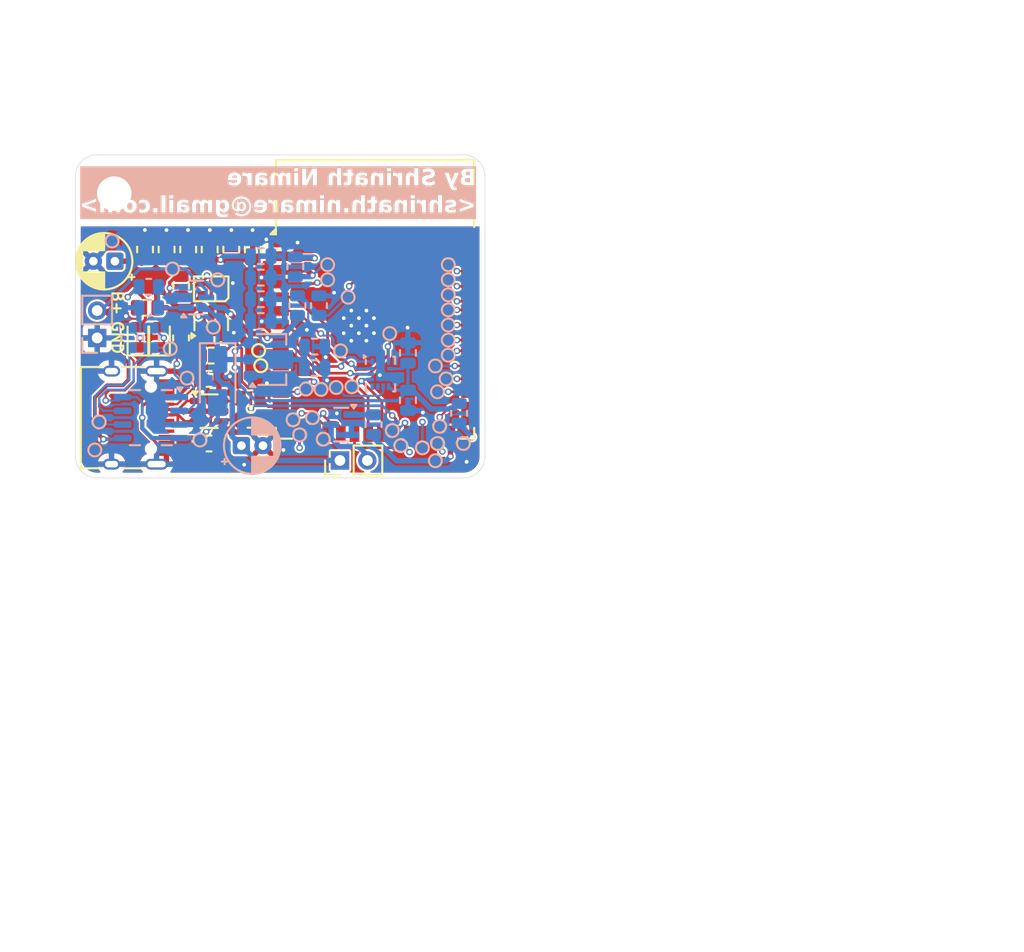
<source format=kicad_pcb>
(kicad_pcb (version 20241229) (generator "pcbnew") (generator_version "9.0")
  (layers (0 "F.Cu" signal) (2 "B.Cu" signal) (13 "F.Paste" user) (15 "B.Paste" user) (5 "F.SilkS" user "F.Silkscreen") (7 "B.SilkS" user "B.Silkscreen") (1 "F.Mask" user) (3 "B.Mask" user) (25 "Edge.Cuts" user))
  (net 0 "")
  (net 1 "POWER")
  (net 2 "PACK_P")
  (net 3 "GND")
  (net 4 "+3V3")
  (net 5 "VUSB")
  (net 6 "ESP32_RXD")
  (net 7 "ESP32_TXD")
  (net 8 "Net-(Q1-B)")
  (net 9 "Net-(J1-Pin_2)")
  (net 11 "Net-(J2-CC2)")
  (net 12 "WS2812B_IN")
  (net 13 "Net-(U4-~{CHRG})")
  (net 14 "Net-(U4-~{STDBY})")
  (net 15 "Net-(U4-PROG)")
  (net 16 "BUZZER")
  (net 17 "ESP32_EN")
  (net 18 "ESP32_GP0_BOOT")
  (net 19 "VBAT_OUT")
  (net 20 "LSM6DSL_SS")
  (net 21 "LSM6DSL_INT1")
  (net 22 "LSM6DSL_INT2")
  (net 23 "Net-(U1-IO39)")
  (net 24 "Net-(U1-IO40)")
  (net 25 "Net-(U1-IO41)")
  (net 26 "Net-(U1-IO42)")
  (net 27 "Net-(U1-IO3)")
  (net 28 "SPI_MISO")
  (net 29 "SPI_SCK")
  (net 30 "SPI_MOSI")
  (net 31 "USB_D-")
  (net 32 "USB_D+")
  (net 35 "Net-(U1-USB_D-)")
  (net 36 "Net-(U1-USB_D+)")
  (net 38 "Net-(D1-DIN)")
  (net 39 "Net-(D2-K)")
  (net 40 "Net-(D3-K)")
  (net 41 "Net-(J2-D--PadA7)")
  (net 42 "Net-(J2-D+-PadA6)")
  (net 43 "Net-(J2-CC1)")
  (net 45 "Net-(Q2-B)")
  (net 46 "Net-(Q3-G)")
  (net 47 "Net-(U1-IO38)")
  (net 48 "Net-(U1-IO17)")
  (net 49 "Net-(U1-IO18)")
  (net 50 "Net-(U1-IO21)")
  (net 51 "Net-(U1-IO35)")
  (net 52 "Net-(U1-IO36)")
  (net 53 "Net-(U1-IO37)")
  (net 54 "Net-(U1-IO47)")
  (net 55 "Net-(U1-IO48)")
  (net 56 "Net-(U1-IO16)")
  (net 57 "Net-(U1-IO2)")
  (net 58 "Net-(U1-IO4)")
  (net 59 "Net-(U1-IO6)")
  (net 60 "Net-(U1-IO8)")
  (net 61 "Net-(U1-IO9)")
  (net 62 "Net-(U1-IO10)")
  (net 63 "Net-(U1-IO11)")
  (footprint "Resistor_SMD:R_0805_2012Metric" (layer "F.Cu") (at 73.6 58.6 90)
    (property "Reference" "R14" (hide yes))
    (property "Value" "1K")
  )
  (footprint "LED_SMD:LED_WS2812B-2020_PLCC4_2.0x2.0mm" (layer "F.Cu") (at 76.4 54.03725 180)
    (property "Reference" "D1" (hide yes))
    (property "Value" "WS2812B-2020")
  )
  (footprint "Capacitor_SMD:C_0805_2012Metric" (layer "F.Cu") (at 74.26 50.39 -90)
    (property "Reference" "C4" (hide yes))
    (property "Value" "10uF")
  )
  (footprint "Capacitor_SMD:C_0805_2012Metric" (layer "F.Cu") (at 70.4 55.8)
    (property "Reference" "C10" (hide yes))
    (property "Value" "100nF")
  )
  (footprint "Connector_USB:USB_C_Receptacle_HRO_TYPE-C-31-M-12" (layer "F.Cu") (at 68.2 66 -90)
    (property "Reference" "J2" (hide yes))
    (property "Value" "USB_C_Receptacle_USB2.0_16P")
  )
  (footprint "Resistor_SMD:R_0805_2012Metric" (layer "F.Cu") (at 76.2 68.4)
    (property "Reference" "R9" (hide yes))
    (property "Value" "5.1K")
  )
  (footprint "MountingHole:MountingHole_3.2mm_M3" (layer "F.Cu") (at 67.4 45.2)
    (property "Reference" "H1" (hide yes))
    (property "Value" "MountingHole")
  )
  (footprint "Resistor_SMD:R_0805_2012Metric" (layer "F.Cu") (at 76.2 62.4)
    (property "Reference" "R8" (hide yes))
    (property "Value" "5.1K")
  )
  (footprint "Capacitor_SMD:C_0805_2012Metric" (layer "F.Cu") (at 78.26 50.39 -90)
    (property "Reference" "C2" (hide yes))
    (property "Value" "10uF")
  )
  (footprint "Resistor_SMD:R_0805_2012Metric" (layer "F.Cu") (at 80 66.2 180)
    (property "Reference" "R4" (hide yes))
    (property "Value" "22R")
  )
  (footprint "Resistor_SMD:R_0805_2012Metric" (layer "F.Cu") (at 76.4 60.23725 180)
    (property "Reference" "R6" (hide yes))
    (property "Value" "1K")
  )
  (footprint "Capacitor_SMD:C_0805_2012Metric" (layer "F.Cu") (at 80.26 50.39 -90)
    (property "Reference" "C1" (hide yes))
    (property "Value" "10uF")
  )
  (footprint "Capacitor_SMD:C_0805_2012Metric" (layer "F.Cu") (at 72.26 50.39 -90)
    (property "Reference" "C5" (hide yes))
    (property "Value" "100nF")
  )
  (footprint "Package_TO_SOT_SMD:SOT-23" (layer "F.Cu") (at 76.4 57.23725 90)
    (property "Reference" "Q2" (hide yes))
    (property "Value" "MMBT3904")
  )
  (footprint "Resistor_SMD:R_0805_2012Metric" (layer "F.Cu") (at 80 64.2)
    (property "Reference" "R3" (hide yes))
    (property "Value" "22R")
  )
  (footprint "Capacitor_SMD:C_0805_2012Metric" (layer "F.Cu") (at 76.26 50.39 -90)
    (property "Reference" "C3" (hide yes))
    (property "Value" "10uF")
  )
  (footprint "Resistor_SMD:R_0805_2012Metric" (layer "F.Cu") (at 73.6 53.8 90)
    (property "Reference" "R7" (hide yes))
    (property "Value" "1K")
  )
  (footprint "Capacitor_SMD:C_0805_2012Metric" (layer "F.Cu") (at 70.26 50.39 -90)
    (property "Reference" "C6" (hide yes))
    (property "Value" "100nF")
  )
  (footprint "small_tp:TestPoint_Pad_D1.0mm_small" (layer "F.Cu") (at 80.8 59.770961)
    (property "Reference" "TP18" (hide yes))
    (property "Value" "TestPoint")
  )
  (footprint "Package_TO_SOT_SMD:SOT-23-6" (layer "F.Cu") (at 76.2 65.4)
    (property "Reference" "U3" (hide yes))
    (property "Value" "USBLC6-2SC6")
  )
  (footprint "small_tp:TestPoint_Pad_D1.0mm_small" (layer "F.Cu") (at 81 61.177535)
    (property "Reference" "TP5" (hide yes))
    (property "Value" "TestPoint")
  )
  (footprint "Capacitor_THT:CP_Radial_D5.0mm_P2.00mm" (layer "F.Cu") (at 67.463505 51.4788 180)
    (property "Reference" "C7" (hide yes))
    (property "Value" "220uF")
  )
  (footprint "RF_Module:ESP32-S3-WROOM-1" (layer "F.Cu") (at 91.6 55)
    (property "Reference" "U1" (hide yes))
    (property "Value" "ESP32-S3-WROOM-1")
  )
  (footprint "Connector_PinHeader_2.54mm:PinHeader_1x02_P2.54mm_Vertical" (layer "F.Cu") (at 88.35 69.9739 90)
    (property "Reference" "J1" (hide yes))
    (property "Value" "buzzer")
  )
  (footprint "LED_SMD:LED_0805_2012Metric" (layer "F.Cu") (at 71.6 58.54 90)
    (property "Reference" "D3" (hide yes))
    (property "Value" "RLED")
  )
  (footprint "LED_SMD:LED_0805_2012Metric" (layer "F.Cu") (at 69.6 58.54 90)
    (property "Reference" "D2" (hide yes))
    (property "Value" "GLED")
  )
  (footprint "small_tp:TestPoint_Pad_D1.0mm_small" (layer "B.Cu") (at 76.6 57.6 180)
    (property "Reference" "TP43" (hide yes))
    (property "Value" "TestPoint")
  )
  (footprint "Resistor_SMD:R_0805_2012Metric" (layer "B.Cu") (at 68.8 58.6 -90)
    (property "Reference" "R13" (hide yes))
    (property "Value" "1K")
  )
  (footprint "Package_SO:SOP-8_3.9x4.9mm_P1.27mm" (layer "B.Cu") (at 70.8 66 180)
    (property "Reference" "U4" (hide yes))
    (property "Value" "4056")
  )
  (footprint "small_tp:TestPoint_Pad_D1.0mm_small" (layer "B.Cu") (at 97.6 66.8 180)
    (property "Reference" "TP8" (hide yes))
    (property "Value" "TestPoint")
  )
  (footprint "Resistor_SMD:R_0805_2012Metric" (layer "B.Cu") (at 70.8 58.6 -90)
    (property "Reference" "R12" (hide yes))
    (property "Value" "1K")
  )
  (footprint "small_tp:TestPoint_Pad_D1.0mm_small" (layer "B.Cu") (at 89.456352 63.130891 180)
    (property "Reference" "TP29" (hide yes))
    (property "Value" "TestPoint")
  )
  (footprint "small_tp:TestPoint_Pad_D1.0mm_small" (layer "B.Cu") (at 93.2 67.2 180)
    (property "Reference" "TP7" (hide yes))
    (property "Value" "TestPoint")
  )
  (footprint "Resistor_SMD:R_0805_2012Metric" (layer "B.Cu") (at 99.4 65.6 -90)
    (property "Reference" "R2" (hide yes))
    (property "Value" "1Meg")
  )
  (footprint "small_tp:TestPoint_Pad_D1.0mm_small" (layer "B.Cu") (at 85.8 66 180)
    (property "Reference" "TP25" (hide yes))
    (property "Value" "TestPoint")
  )
  (footprint "small_tp:TestPoint_Pad_D1.0mm_small" (layer "B.Cu") (at 87.2 51.8)
    (property "Reference" "TP3" (hide yes))
    (property "Value" "TestPoint")
  )
  (footprint "small_tp:TestPoint_Pad_D1.0mm_small" (layer "B.Cu") (at 99.8 68.4 180)
    (property "Reference" "TP4" (hide yes))
    (property "Value" "TestPoint")
  )
  (footprint "Capacitor_SMD:C_0805_2012Metric" (layer "B.Cu") (at 81 51)
    (property "Reference" "C17" (hide yes))
    (property "Value" "10uF")
  )
  (footprint "small_tp:TestPoint_Pad_D1.0mm_small" (layer "B.Cu") (at 72.6 59.6 180)
    (property "Reference" "TP41" (hide yes))
    (property "Value" "TestPoint")
  )
  (footprint "small_tp:TestPoint_Pad_D1.0mm_small" (layer "B.Cu") (at 97.4 63.6 180)
    (property "Reference" "TP9" (hide yes))
    (property "Value" "TestPoint")
  )
  (footprint "small_tp:TestPoint_Pad_D1.0mm_small" (layer "B.Cu") (at 84.6 67.6 180)
    (property "Reference" "TP20" (hide yes))
    (property "Value" "TestPoint")
  )
  (footprint "small_tp:TestPoint_Pad_D1.0mm_small" (layer "B.Cu") (at 94 68.6 180)
    (property "Reference" "TP26" (hide yes))
    (property "Value" "TestPoint")
  )
  (footprint "Resistor_SMD:R_0805_2012Metric" (layer "B.Cu") (at 70.6 55.8)
    (property "Reference" "R11" (hide yes))
    (property "Value" "100K")
  )
  (footprint "small_tp:TestPoint_Pad_D1.0mm_small" (layer "B.Cu") (at 89.105266 54.819019 180)
    (property "Reference" "TP45" (hide yes))
    (property "Value" "TestPoint")
  )
  (footprint "small_tp:TestPoint_Pad_D1.0mm_small" (layer "B.Cu") (at 96 68.8 180)
    (property "Reference" "TP16" (hide yes))
    (property "Value" "TestPoint")
  )
  (footprint "small_tp:TestPoint_Pad_D1.0mm_small" (layer "B.Cu") (at 98.4 57.4 180)
    (property "Reference" "TP14" (hide yes))
    (property "Value" "TestPoint")
  )
  (footprint "small_tp:TestPoint_Pad_D1.0mm_small" (layer "B.Cu") (at 98.4 60.2 180)
    (property "Reference" "TP12" (hide yes))
    (property "Value" "TestPoint")
  )
  (footprint "small_tp:TestPoint_Pad_D1.0mm_small" (layer "B.Cu") (at 84 66.2 180)
    (property "Reference" "TP24" (hide yes))
    (property "Value" "TestPoint")
  )
  (footprint "small_tp:TestPoint_Pad_D1.0mm_small" (layer "B.Cu") (at 65.6 69 180)
    (property "Reference" "TP33" (hide yes))
    (property "Value" "TestPoint")
  )
  (footprint "Capacitor_SMD:C_0805_2012Metric" (layer "B.Cu") (at 81 57.03)
    (property "Reference" "C13" (hide yes))
    (property "Value" "10uF")
  )
  (footprint "small_tp:TestPoint_Pad_D1.0mm_small" (layer "B.Cu") (at 67.2 49.6 180)
    (property "Reference" "TP44" (hide yes))
    (property "Value" "TestPoint")
  )
  (footprint "Capacitor_SMD:C_0805_2012Metric" (layer "B.Cu") (at 86 59.4)
    (property "Reference" "C12" (hide yes))
    (property "Value" "10uF")
  )
  (footprint "Resistor_SMD:R_0805_2012Metric" (layer "B.Cu") (at 86.4 55.6 -90)
    (property "Reference" "R16" (hide yes))
    (property "Value" "100K")
  )
  (footprint "Capacitor_SMD:C_0805_2012Metric" (layer "B.Cu") (at 81 55)
    (property "Reference" "C14" (hide yes))
    (property "Value" "10uF")
  )
  (footprint "Capacitor_SMD:C_0805_2012Metric" (layer "B.Cu") (at 94.65625 64.39375 90)
    (property "Reference" "C8" (hide yes))
    (property "Value" "10uF")
  )
  (footprint "small_tp:TestPoint_Pad_D1.0mm_small" (layer "B.Cu") (at 86.8 68 180)
    (property "Reference" "TP28" (hide yes))
    (property "Value" "TestPoint")
  )
  (footprint "Capacitor_SMD:C_0805_2012Metric" (layer "B.Cu") (at 81 53)
    (property "Reference" "C15" (hide yes))
    (property "Value" "10uF")
  )
  (footprint "small_tp:TestPoint_Pad_D1.0mm_small" (layer "B.Cu") (at 97.2 61.2 180)
    (property "Reference" "TP11" (hide yes))
    (property "Value" "TestPoint")
  )
  (footprint "small_tp:TestPoint_Pad_D1.0mm_small" (layer "B.Cu") (at 97.2 70 180)
    (property "Reference" "TP27" (hide yes))
    (property "Value" "TestPoint")
  )
  (footprint "small_tp:TestPoint_Pad_D1.0mm_small" (layer "B.Cu") (at 92.960745 58.194103 180)
    (property "Reference" "TP31" (hide yes))
    (property "Value" "TestPoint")
  )
  (footprint "Package_TO_SOT_SMD:SOT-89-3" (layer "B.Cu") (at 82 60.6)
    (property "Reference" "U5" (hide yes))
    (property "Value" "HT7333")
  )
  (footprint "small_tp:TestPoint_Pad_D1.0mm_small" (layer "B.Cu") (at 88 63.2 180)
    (property "Reference" "TP32" (hide yes))
    (property "Value" "TestPoint")
  )
  (footprint "Resistor_SMD:R_0805_2012Metric" (layer "B.Cu") (at 84.2 52 -90)
    (property "Reference" "R1" (hide yes))
    (property "Value" "1Meg")
  )
  (footprint "Package_TO_SOT_SMD:SOT-23" (layer "B.Cu") (at 88.4625 66.65 180)
    (property "Reference" "Q1" (hide yes))
    (property "Value" "MMBT3904")
  )
  (footprint "Capacitor_SMD:C_0805_2012Metric" (layer "B.Cu") (at 94.65625 59.99375 -90)
    (property "Reference" "C9" (hide yes))
    (property "Value" "100nF")
  )
  (footprint "small_tp:TestPoint_Pad_D1.0mm_small" (layer "B.Cu") (at 98.4 56 180)
    (property "Reference" "TP15" (hide yes))
    (property "Value" "TestPoint")
  )
  (footprint "small_tp:TestPoint_Pad_D1.0mm_small" (layer "B.Cu") (at 98.4 53.2)
    (property "Reference" "TP2" (hide yes))
    (property "Value" "TestPoint")
  )
  (footprint "Package_TO_SOT_SMD:SOT-23" (layer "B.Cu") (at 75 54.85)
    (property "Reference" "Q3" (hide yes))
    (property "Value" "AO3401A")
  )
  (footprint "small_tp:TestPoint_Pad_D1.0mm_small" (layer "B.Cu") (at 72.8 52.2 180)
    (property "Reference" "TP39" (hide yes))
    (property "Value" "TestPoint")
  )
  (footprint "Connector_PinHeader_2.54mm:PinHeader_1x02_P2.54mm_Vertical" (layer "B.Cu") (at 65.815 58.6)
    (property "Reference" "J3" (hide yes))
    (property "Value" "battery_connector")
  )
  (footprint "Resistor_SMD:R_0805_2012Metric" (layer "B.Cu") (at 84.4 55.6 -90)
    (property "Reference" "R15" (hide yes))
    (property "Value" "100K")
  )
  (footprint "Diode_SMD:D_SMA" (layer "B.Cu") (at 77 62.6 -90)
    (property "Reference" "D4" (hide yes))
    (property "Value" "SS34")
  )
  (footprint "small_tp:TestPoint_Pad_D1.0mm_small" (layer "B.Cu") (at 98.2 62.4 180)
    (property "Reference" "TP10" (hide yes))
    (property "Value" "TestPoint")
  )
  (footprint "small_tp:TestPoint_Pad_D1.0mm_small" (layer "B.Cu") (at 87.2 53.2 180)
    (property "Reference" "TP21" (hide yes))
    (property "Value" "TestPoint")
  )
  (footprint "Capacitor_SMD:C_0805_2012Metric" (layer "B.Cu") (at 86 61.4)
    (property "Reference" "C11" (hide yes))
    (property "Value" "10uF")
  )
  (footprint "Resistor_SMD:R_0805_2012Metric" (layer "B.Cu") (at 91.4625 66.65 90)
    (property "Reference" "R5" (hide yes))
    (property "Value" "1K")
  )
  (footprint "Resistor_SMD:R_0805_2012Metric" (layer "B.Cu") (at 70.6 53.85)
    (property "Reference" "R10" (hide yes))
    (property "Value" "1K")
  )
  (footprint "Capacitor_THT:CP_Radial_D5.0mm_P2.00mm" (layer "B.Cu") (at 79.2 68.6)
    (property "Reference" "C16" (hide yes))
    (property "Value" "220uF")
  )
  (footprint "small_tp:TestPoint_Pad_D1.0mm_small" (layer "B.Cu") (at 74.152825 62.332756 180)
    (property "Reference" "TP42" (hide yes))
    (property "Value" "TestPoint")
  )
  (footprint "small_tp:TestPoint_Pad_D1.0mm_small" (layer "B.Cu") (at 98.4 54.6)
    (property "Reference" "TP1" (hide yes))
    (property "Value" "TestPoint")
  )
  (footprint "small_tp:TestPoint_Pad_D1.0mm_small" (layer "B.Cu") (at 86.588207 63.379363 180)
    (property "Reference" "TP6" (hide yes))
    (property "Value" "TestPoint")
  )
  (footprint "small_tp:TestPoint_Pad_D1.0mm_small" (layer "B.Cu") (at 77 53.2 180)
    (property "Reference" "TP30" (hide yes))
    (property "Value" "TestPoint")
  )
  (footprint "small_tp:TestPoint_Pad_D1.0mm_small" (layer "B.Cu") (at 66 66.4 180)
    (property "Reference" "TP40" (hide yes))
    (property "Value" "TestPoint")
  )
  (footprint "small_tp:TestPoint_Pad_D1.0mm_small" (layer "B.Cu") (at 98.4 58.8 180)
    (property "Reference" "TP13" (hide yes))
    (property "Value" "TestPoint")
  )
  (footprint "small_tp:TestPoint_Pad_D1.0mm_small" (layer "B.Cu") (at 75.346726 68.073602 180)
    (property "Reference" "TP38" (hide yes))
    (property "Value" "TestPoint")
  )
  (footprint "small_tp:TestPoint_Pad_D1.0mm_small" (layer "B.Cu") (at 85.195617 63.343149 180)
    (property "Reference" "TP23" (hide yes))
    (property "Value" "TestPoint")
  )
  (footprint "small_tp:TestPoint_Pad_D1.0mm_small" (layer "B.Cu") (at 98.4 51.8 180)
    (property "Reference" "TP19" (hide yes))
    (property "Value" "TestPoint")
  )
  (footprint "small_tp:TestPoint_Pad_D1.0mm_small" (layer "B.Cu") (at 88.4 59.8 180)
    (property "Reference" "TP22" (hide yes))
    (property "Value" "TestPoint")
  )
  (footprint "small_tp:TestPoint_Pad_D1.0mm_small" (layer "B.Cu") (at 97.4 68.4 180)
    (property "Reference" "TP17" (hide yes))
    (property "Value" "TestPoint")
  )
  (footprint "Package_LGA:LGA-14_3x2.5mm_P0.5mm_LayoutBorder3x4y" (layer "B.Cu") (at 92.10625 61.95625 -90)
    (property "Reference" "U2" (hide yes))
    (property "Value" "LSM6DSL")
  )
  (gr_arc (start 63.8 43.6) (mid 64.385786 42.185786) (end 65.8 41.6) (stroke (width 0.05)) (layer "Edge.Cuts"))
  (gr_line (start 101.8 43.6) (end 101.8 69.6) (stroke (width 0.05)) (layer "Edge.Cuts"))
  (gr_line (start 63.8 69.6) (end 63.8 43.6) (stroke (width 0.05)) (layer "Edge.Cuts"))
  (gr_arc (start 65.8 71.6) (mid 64.385786 71.014214) (end 63.8 69.6) (stroke (width 0.05)) (layer "Edge.Cuts"))
  (gr_line (start 65.8 41.6) (end 99.8 41.6) (stroke (width 0.05)) (layer "Edge.Cuts"))
  (gr_arc (start 99.8 41.6) (mid 101.214214 42.185786) (end 101.8 43.6) (stroke (width 0.05)) (layer "Edge.Cuts"))
  (gr_arc (start 101.8 69.6) (mid 101.214214 71.014214) (end 99.8 71.6) (stroke (width 0.05)) (layer "Edge.Cuts"))
  (gr_line (start 99.8 71.6) (end 65.8 71.6) (stroke (width 0.05)) (layer "Edge.Cuts"))
  (gr_text "GND" (at 67.1 56.9 270) (layer "F.SilkS") (effects (font (size 1 1) (thickness 0.2) (bold yes)) (justify left bottom)))
  (gr_text "B+" (at 67.1 54.1 270) (layer "F.SilkS") (effects (font (size 1 1) (thickness 0.2) (bold yes)) (justify left bottom)))
  (gr_text "By Shrinath Nimare\n<shrinath.nimare@gmail.com>" (at 101 47.2 0) (layer "B.SilkS" knockout) (effects (font (size 1.5 1.5) (thickness 0.2) (bold yes)) (justify left bottom mirror)))
  (segment (start 72.549 55.23087) (end 72.89413 55.576) (width 0.3) (layer "F.Cu") (net 1))
  (segment (start 75.2 56.6) (end 75.4 56.4) (width 0.4) (layer "F.Cu") (net 1))
  (segment (start 73.6 52.8875) (end 73.1125 52.8875) (width 0.3) (layer "F.Cu") (net 1))
  (segment (start 73.1125 52.8875) (end 72.549 53.451) (width 0.3) (layer "F.Cu") (net 1))
  (segment (start 72.549 53.451) (end 72.549 55.23087) (width 0.3) (layer "F.Cu") (net 1))
  (segment (start 72.89413 55.576) (end 74.49625 55.576) (width 0.3) (layer "F.Cu") (net 1))
  (segment (start 74.49625 55.576) (end 75.485 54.58725) (width 0.3) (layer "F.Cu") (net 1))
  (segment (start 75.4 56.4) (end 75.4 54.67225) (width 0.4) (layer "F.Cu") (net 1))
  (segment (start 75.4 54.67225) (end 75.485 54.58725) (width 0.4) (layer "F.Cu") (net 1))
  (via (at 75.2 56.6) (size 0.6) (drill 0.35) (layers "F.Cu" "B.Cu") (net 1))
  (via (at 72.569392 53.97025) (size 0.6) (drill 0.35) (layers "F.Cu" "B.Cu") (net 1))
  (segment (start 85.05 60.4) (end 85.05 59.4) (width 0.5) (layer "B.Cu") (net 1))
  (segment (start 80.1375 60.6) (end 77 60.6) (width 0.5) (layer "B.Cu") (net 1))
  (segment (start 77 57.6) (end 77 60.6) (width 0.4) (layer "B.Cu") (net 1))
  (segment (start 88.35 69.9739) (end 80.5739 69.9739) (width 0.5) (layer "B.Cu") (net 1))
  (segment (start 78.351 67.751) (end 78.351 63.302708) (width 0.5) (layer "B.Cu") (net 1))
  (segment (start 73.19225 53.97025) (end 73.2625 53.9) (width 0.3) (layer "B.Cu") (net 1))
  (segment (start 77.499 62.899) (end 77 62.4) (width 0.5) (layer "B.Cu") (net 1))
  (segment (start 79.2 68.6) (end 78.351 67.751) (width 0.5) (layer "B.Cu") (net 1))
  (segment (start 77 62.4) (end 77 60.6) (width 0.5) (layer "B.Cu") (net 1))
  (segment (start 84.85 60.6) (end 85.05 60.4) (width 0.5) (layer "B.Cu") (net 1))
  (segment (start 75.2 56.6) (end 76 56.6) (width 0.4) (layer "B.Cu") (net 1))
  (segment (start 72.569392 53.97025) (end 73.19225 53.97025) (width 0.3) (layer "B.Cu") (net 1))
  (segment (start 78.351 63.302708) (end 77.947292 62.899) (width 0.5) (layer "B.Cu") (net 1))
  (segment (start 85.05 61.4) (end 85.05 60.4) (width 0.5) (layer "B.Cu") (net 1))
  (segment (start 80.5739 69.9739) (end 79.2 68.6) (width 0.5) (layer "B.Cu") (net 1))
  (segment (start 80.1375 60.6) (end 84.85 60.6) (width 0.5) (layer "B.Cu") (net 1))
  (segment (start 73.2625 53.9) (end 74.0625 53.9) (width 0.3) (layer "B.Cu") (net 1))
  (segment (start 77.947292 62.899) (end 77.499 62.899) (width 0.5) (layer "B.Cu") (net 1))
  (segment (start 76 56.6) (end 77 57.6) (width 0.4) (layer "B.Cu") (net 1))
  (segment (start 81.2 58.2) (end 80 58.2) (width 0.5) (layer "F.Cu") (net 2))
  (segment (start 65.6 64.126834) (end 66.726834 63) (width 0.35) (layer "F.Cu") (net 2))
  (segment (start 81.6 58.6) (end 81.2 58.2) (width 0.5) (layer "F.Cu") (net 2))
  (segment (start 65.815 56.06) (end 68.04 56.06) (width 0.35) (layer "F.Cu") (net 2))
  (segment (start 65.6 67.2) (end 65.6 64.126834) (width 0.35) (layer "F.Cu") (net 2))
  (segment (start 66.726834 63) (end 68.2 63) (width 0.35) (layer "F.Cu") (net 2))
  (segment (start 68.724 62.476) (end 68.724 60.924) (width 0.35) (layer "F.Cu") (net 2))
  (segment (start 68.04 56.06) (end 68.3 55.8) (width 0.35) (layer "F.Cu") (net 2))
  (segment (start 68.724 60.924) (end 67.6 59.8) (width 0.35) (layer "F.Cu") (net 2))
  (segment (start 67.6 59.8) (end 67.6 57.2) (width 0.35) (layer "F.Cu") (net 2))
  (segment (start 80 58.2) (end 78.2 56.4) (width 0.5) (layer "F.Cu") (net 2))
  (segment (start 66.46 56.06) (end 65.815 56.06) (width 0.35) (layer "F.Cu") (net 2))
  (segment (start 68.2 63) (end 68.724 62.476) (width 0.35) (layer "F.Cu") (net 2))
  (segment (start 67.6 57.2) (end 66.46 56.06) (width 0.35) (layer "F.Cu") (net 2))
  (segment (start 66.4 68) (end 65.6 67.2) (width 0.35) (layer "F.Cu") (net 2))
  (segment (start 68.3 55.8) (end 69.45 55.8) (width 0.35) (layer "F.Cu") (net 2))
  (via (at 66.4 68) (size 0.6) (drill 0.35) (layers "F.Cu" "B.Cu") (net 2))
  (via (at 78.2 56.4) (size 0.6) (drill 0.35) (layers "F.Cu" "B.Cu") (net 2))
  (via (at 81.6 58.6) (size 0.6) (drill 0.35) (layers "F.Cu" "B.Cu") (net 2))
  (segment (start 68.824 53.376) (end 66.14 56.06) (width 0.3) (layer "B.Cu") (net 2))
  (segment (start 75.9375 54.85) (end 75.9375 54.1375) (width 0.3) (layer "B.Cu") (net 2))
  (segment (start 75.9375 54.1375) (end 74 52.2) (width 0.3) (layer "B.Cu") (net 2))
  (segment (start 66.4 68) (end 68.08 68) (width 0.35) (layer "B.Cu") (net 2))
  (segment (start 76.8875 55.8) (end 75.9375 54.85) (width 0.5) (layer "B.Cu") (net 2))
  (segment (start 66.14 56.06) (end 65.815 56.06) (width 0.3) (layer "B.Cu") (net 2))
  (segment (start 84.4 57) (end 84.4 56.5125) (width 0.5) (layer "B.Cu") (net 2))
  (segment (start 69.76813 52.2) (end 68.824 53.14413) (width 0.3) (layer "B.Cu") (net 2))
  (segment (start 74 52.2) (end 69.76813 52.2) (width 0.3) (layer "B.Cu") (net 2))
  (segment (start 65.6 68.8) (end 66.4 68) (width 0.2) (layer "B.Cu") (net 2))
  (segment (start 81.6 58.6) (end 81.8 58.4) (width 0.5) (layer "B.Cu") (net 2))
  (segment (start 68.08 68) (end 68.175 67.905) (width 0.35) (layer "B.Cu") (net 2))
  (segment (start 65.6 69) (end 65.6 68.8) (width 0.2) (layer "B.Cu") (net 2))
  (segment (start 78.2 56.4) (end 77.6 55.8) (width 0.5) (layer "B.Cu") (net 2))
  (segment (start 68.824 53.14413) (end 68.824 53.376) (width 0.3) (layer "B.Cu") (net 2))
  (segment (start 81.8 58.4) (end 83 58.4) (width 0.5) (layer "B.Cu") (net 2))
  (segment (start 83 58.4) (end 84.4 57) (width 0.5) (layer "B.Cu") (net 2))
  (segment (start 77.6 55.8) (end 76.8875 55.8) (width 0.5) (layer "B.Cu") (net 2))
  (via (at 84.416022 49.747212) (size 0.6) (drill 0.35) (layers "F.Cu" "B.Cu") (net 3))
  (via (at 87.016377 60.387716) (size 0.6) (drill 0.35) (layers "F.Cu" "B.Cu") (net 3))
  (via (at 81.088177 57.059506) (size 0.6) (drill 0.35) (layers "F.Cu" "B.Cu") (net 3))
  (via (at 87.144295 62.538766) (size 0.6) (drill 0.35) (layers "F.Cu" "B.Cu") (net 3))
  (via (at 76.274319 48.578632) (size 0.6) (drill 0.35) (layers "F.Cu" "B.Cu") (net 3))
  (via (at 80.235216 48.583746) (size 0.6) (drill 0.35) (layers "F.Cu" "B.Cu") (net 3))
  (via (at 72.249495 48.586303) (size 0.6) (drill 0.35) (layers "F.Cu" "B.Cu") (net 3))
  (via (at 88.053431 65.601139) (size 0.6) (drill 0.35) (layers "F.Cu" "B.Cu") (net 3))
  (via (at 96.040315 65.524252) (size 0.6) (drill 0.35) (layers "F.Cu" "B.Cu") (net 3))
  (via (at 79.458439 70.362055) (size 0.6) (drill 0.35) (layers "F.Cu" "B.Cu") (net 3))
  (via (at 70.244754 48.576075) (size 0.6) (drill 0.35) (layers "F.Cu" "B.Cu") (net 3))
  (via (at 75.589743 63.601145) (size 0.6) (drill 0.35) (layers "F.Cu" "B.Cu") (net 3))
  (via (at 87.8 54.4) (size 0.6) (drill 0.35) (layers "F.Cu" "B.Cu") (net 3))
  (via (at 78.138621 62.173814) (size 0.6) (drill 0.35) (layers "F.Cu" "B.Cu") (net 3))
  (via (at 68.486815 56.574529) (size 0.6) (drill 0.35) (layers "F.Cu" "B.Cu") (net 3))
  (via (at 83.104839 69.005114) (size 0.6) (drill 0.35) (layers "F.Cu" "B.Cu") (net 3))
  (via (at 78.273946 48.581189) (size 0.6) (drill 0.35) (layers "F.Cu" "B.Cu") (net 3))
  (via (at 81.062402 52.983336) (size 0.6) (drill 0.35) (layers "F.Cu" "B.Cu") (net 3))
  (via (at 92.049564 62.054571) (size 0.6) (drill 0.35) (layers "F.Cu" "B.Cu") (net 3))
  (via (at 81.518864 49.455706) (size 0.6) (drill 0.35) (layers "F.Cu" "B.Cu") (net 3))
  (via (at 78.493021 58.11162) (size 0.6) (drill 0.35) (layers "F.Cu" "B.Cu") (net 3))
  (via (at 94.625759 57.647633) (size 0.6) (drill 0.35) (layers "F.Cu" "B.Cu") (net 3))
  (via (at 100.1 70.1) (size 0.6) (drill 0.35) (layers "F.Cu" "B.Cu") (net 3))
  (via (at 81.561132 62.802017) (size 0.6) (drill 0.35) (layers "F.Cu" "B.Cu") (net 3))
  (via (at 81.080813 55.015897) (size 0.6) (drill 0.35) (layers "F.Cu" "B.Cu") (net 3))
  (via (at 85.272254 57.852309) (size 0.6) (drill 0.35) (layers "F.Cu" "B.Cu") (net 3))
  (via (at 74.246564 48.578632) (size 0.6) (drill 0.35) (layers "F.Cu" "B.Cu") (net 3))
  (via (at 78.400967 53.512581) (size 0.6) (drill 0.35) (layers "F.Cu" "B.Cu") (net 3))
  (segment (start 69.9312 51.6688) (end 70.26 51.34) (width 0.5) (layer "F.Cu") (net 4))
  (segment (start 86 51.2) (end 83.04 51.2) (width 0.5) (layer "F.Cu") (net 4))
  (segment (start 77.26 51.34) (end 70.26 51.34) (width 0.5) (layer "F.Cu") (net 4))
  (segment (start 83.04 51.2) (end 82.85 51.01) (width 0.5) (layer "F.Cu") (net 4))
  (segment (start 82.85 51.01) (end 80.34 51.01) (width 0.5) (layer "F.Cu") (net 4))
  (segment (start 80.4 51.2) (end 80.26 51.34) (width 0.5) (layer "F.Cu") (net 4))
  (segment (start 67.463505 51.4788) (end 69.8712 51.4788) (width 0.5) (layer "F.Cu") (net 4))
  (segment (start 80.26 51.34) (end 77.26 51.34) (width 0.5) (layer "F.Cu") (net 4))
  (segment (start 78.6 61.35) (end 78.6 59.85) (width 0.3) (layer "F.Cu") (net 4))
  (via (at 77.26 51.34) (size 0.6) (drill 0.35) (layers "F.Cu" "B.Cu") (net 4))
  (via (at 78.6 61.35) (size 0.6) (drill 0.35) (layers "F.Cu" "B.Cu") (net 4))
  (via (at 86 51.2) (size 0.6) (drill 0.35) (layers "F.Cu" "B.Cu") (net 4))
  (via (at 78.6 59.85) (size 0.6) (drill 0.35) (layers "F.Cu" "B.Cu") (net 4))
  (segment (start 79.95 59.2) (end 80.05 59.1) (width 0.3) (layer "B.Cu") (net 4))
  (segment (start 99.4 64.6875) (end 98.8875 65.2) (width 0.5) (layer "B.Cu") (net 4))
  (segment (start 85.8875 51.0875) (end 86 51.2) (width 0.5) (layer "B.Cu") (net 4))
  (segment (start 93.20725 63.44375) (end 92.88225 63.11875) (width 0.3) (layer "B.Cu") (net 4))
  (segment (start 96.8 65.2) (end 95.04375 63.44375) (width 0.5) (layer "B.Cu") (net 4))
  (segment (start 78.6 59.85) (end 79.25 59.2) (width 0.3) (layer "B.Cu") (net 4))
  (segment (start 78.6 61.35) (end 78.977033 61.35) (width 0.3) (layer "B.Cu") (net 4))
  (segment (start 93.01875 61.45625) (end 94.14375 61.45625) (width 0.25) (layer "B.Cu") (net 4))
  (segment (start 78.977033 61.35) (end 79.049 61.421967) (width 0.3) (layer "B.Cu") (net 4))
  (segment (start 80.05 51) (end 77.6 51) (width 0.5) (layer "B.Cu") (net 4))
  (segment (start 80.531954 64.423) (end 93.677 64.423) (width 0.3) (layer "B.Cu") (net 4))
  (segment (start 79.049 61.421967) (end 79.049 62.940046) (width 0.3) (layer "B.Cu") (net 4))
  (segment (start 77.6 51) (end 77.26 51.34) (width 0.5) (layer "B.Cu") (net 4))
  (segment (start 79.25 59.2) (end 79.95 59.2) (width 0.3) (layer "B.Cu") (net 4))
  (segment (start 80.05 59.1) (end 80.05 51) (width 0.5) (layer "B.Cu") (net 4))
  (segment (start 95.04375 63.44375) (end 94.65625 63.44375) (width 0.5) (layer "B.Cu") (net 4))
  (segment (start 94.14375 61.45625) (end 94.65625 60.94375) (width 0.25) (layer "B.Cu") (net 4))
  (segment (start 98.8875 65.2) (end 96.8 65.2) (width 0.5) (layer "B.Cu") (net 4))
  (segment (start 93.677 64.423) (end 94.65625 63.44375) (width 0.3) (layer "B.Cu") (net 4))
  (segment (start 79.049 62.940046) (end 80.531954 64.423) (width 0.3) (layer "B.Cu") (net 4))
  (segment (start 84.2 51.0875) (end 85.8875 51.0875) (width 0.5) (layer "B.Cu") (net 4))
  (segment (start 94.65625 63.44375) (end 94.65625 60.94375) (width 0.3) (layer "B.Cu") (net 4))
  (segment (start 94.65625 63.44375) (end 93.20725 63.44375) (width 0.3) (layer "B.Cu") (net 4))
  (segment (start 72.245 63.55) (end 71.418 63.55) (width 0.25) (layer "F.Cu") (net 5))
  (segment (start 68.652866 54.80507) (end 69.257936 54.2) (width 0.3) (layer "F.Cu") (net 5))
  (segment (start 71.418 63.55) (end 70 64.968) (width 0.25) (layer "F.Cu") (net 5))
  (segment (start 69.6 57.6025) (end 68.5975 57.6025) (width 0.2) (layer "F.Cu") (net 5))
  (segment (start 68.2 59.726834) (end 69.2 60.726834) (width 0.2) (layer "F.Cu") (net 5))
  (segment (start 76.861615 65.486063) (end 77.251437 65.486063) (width 0.25) (layer "F.Cu") (net 5))
  (segment (start 66.924 63.476) (end 66.607815 63.792185) (width 0.2) (layer "F.Cu") (net 5))
  (segment (start 75.935431 67.305519) (end 75.935431 67.274569) (width 0.25) (layer "F.Cu") (net 5))
  (segment (start 70.301 55.06913) (end 70.301 56.9015) (width 0.3) (layer "F.Cu") (net 5))
  (segment (start 76.349 65.998678) (end 76.861615 65.486063) (width 0.25) (layer "F.Cu") (net 5))
  (segment (start 66.607815 63.792185) (end 66.607815 64.407815) (width 0.2) (layer "F.Cu") (net 5))
  (segment (start 70 67.032) (end 71.418 68.45) (width 0.25) (layer "F.Cu") (net 5))
  (segment (start 68.397166 63.476) (end 66.924 63.476) (width 0.2) (layer "F.Cu") (net 5))
  (segment (start 69.43187 54.2) (end 70.301 55.06913) (width 0.3) (layer "F.Cu") (net 5))
  (segment (start 69.2 60.726834) (end 69.2 62.673166) (width 0.2) (layer "F.Cu") (net 5))
  (segment (start 76.349 66.861) (end 76.349 65.998678) (width 0.25) (layer "F.Cu") (net 5))
  (segment (start 68.5975 57.6025) (end 68.2 58) (width 0.2) (layer "F.Cu") (net 5))
  (segment (start 69.6 57.6025) (end 71.6 57.6025) (width 0.2) (layer "F.Cu") (net 5))
  (segment (start 69.2 62.673166) (end 68.397166 63.476) (width 0.2) (layer "F.Cu") (net 5))
  (segment (start 69.257936 54.2) (end 69.43187 54.2) (width 0.3) (layer "F.Cu") (net 5))
  (segment (start 77.251437 65.486063) (end 77.3375 65.4) (width 0.25) (layer "F.Cu") (net 5))
  (segment (start 68.2 58) (end 68.2 59.726834) (width 0.2) (layer "F.Cu") (net 5))
  (segment (start 70.301 56.9015) (end 69.6 57.6025) (width 0.3) (layer "F.Cu") (net 5))
  (segment (start 75.935431 67.274569) (end 76.349 66.861) (width 0.25) (layer "F.Cu") (net 5))
  (segment (start 71.418 68.45) (end 72.245 68.45) (width 0.25) (layer "F.Cu") (net 5))
  (segment (start 70 64.968) (end 70 66) (width 0.25) (layer "F.Cu") (net 5))
  (segment (start 70 66) (end 70 67.032) (width 0.25) (layer "F.Cu") (net 5))
  (via (at 75.935431 67.305519) (size 0.6) (drill 0.35) (layers "F.Cu" "B.Cu") (net 5))
  (via (at 70 66) (size 0.6) (drill 0.35) (layers "F.Cu" "B.Cu") (net 5))
  (via (at 68.652866 54.80507) (size 0.6) (drill 0.35) (layers "F.Cu" "B.Cu") (net 5))
  (via (at 66.607815 64.407815) (size 0.6) (drill 0.35) (layers "F.Cu" "B.Cu") (net 5))
  (segment (start 68.652866 54.80507) (end 69.607936 53.85) (width 0.3) (layer "B.Cu") (net 5))
  (segment (start 69.607936 53.85) (end 69.6875 53.85) (width 0.3) (layer "B.Cu") (net 5))
  (segment (start 70 66) (end 70 67) (width 0.4) (layer "B.Cu") (net 5))
  (segment (start 75.904481 67.305519) (end 75.305 67.905) (width 0.4) (layer "B.Cu") (net 5))
  (segment (start 66.607815 64.407815) (end 67.862185 64.407815) (width 0.2) (layer "B.Cu") (net 5))
  (segment (start 77 66.21) (end 77 64.6) (width 0.4) (layer "B.Cu") (net 5))
  (segment (start 70.905 67.905) (end 73.425 67.905) (width 0.4) (layer "B.Cu") (net 5))
  (segment (start 69.495 64.095) (end 68.175 64.095) (width 0.25) (layer "B.Cu") (net 5))
  (segment (start 75.935431 67.305519) (end 75.935431 67.274569) (width 0.4) (layer "B.Cu") (net 5))
  (segment (start 70 64.6) (end 69.495 64.095) (width 0.25) (layer "B.Cu") (net 5))
  (segment (start 75.935431 67.305519) (end 75.904481 67.305519) (width 0.4) (layer "B.Cu") (net 5))
  (segment (start 70 66) (end 70 64.6) (width 0.25) (layer "B.Cu") (net 5))
  (segment (start 75.305 67.905) (end 73.425 67.905) (width 0.4) (layer "B.Cu") (net 5))
  (segment (start 67.862185 64.407815) (end 68.175 64.095) (width 0.2) (layer "B.Cu") (net 5))
  (segment (start 75.935431 67.274569) (end 77 66.21) (width 0.4) (layer "B.Cu") (net 5))
  (segment (start 70 67) (end 70.905 67.905) (width 0.4) (layer "B.Cu") (net 5))
  (segment (start 99.2 55.2) (end 99.97 55.2) (width 0.25) (layer "F.Cu") (net 6))
  (segment (start 99.97 55.2) (end 100.35 54.82) (width 0.25) (layer "F.Cu") (net 6))
  (via (at 99.2 55.2) (size 0.6) (drill 0.35) (layers "F.Cu" "B.Cu") (net 6))
  (segment (start 98.4 54.6) (end 98.6 54.6) (width 0.25) (layer "B.Cu") (net 6))
  (segment (start 98.6 54.6) (end 99.2 55.2) (width 0.25) (layer "B.Cu") (net 6))
  (segment (start 99.2 53.8) (end 100.1 53.8) (width 0.25) (layer "F.Cu") (net 7))
  (segment (start 100.1 53.8) (end 100.35 53.55) (width 0.25) (layer "F.Cu") (net 7))
  (via (at 99.2 53.8) (size 0.6) (drill 0.35) (layers "F.Cu" "B.Cu") (net 7))
  (segment (start 98.6 53.2) (end 99.2 53.8) (width 0.25) (layer "B.Cu") (net 7))
  (segment (start 98.4 53.2) (end 98.6 53.2) (width 0.25) (layer "B.Cu") (net 7))
  (segment (start 91.4625 65.7375) (end 89.4375 65.7375) (width 0.5) (layer "B.Cu") (net 8))
  (segment (start 89.4375 65.7375) (end 89.4 65.7) (width 0.5) (layer "B.Cu") (net 8))
  (segment (start 88.2729 68.6729) (end 90.0729 68.6729) (width 0.5) (layer "B.Cu") (net 9))
  (segment (start 86.8 68) (end 87.45 68) (width 0.25) (layer "B.Cu") (net 9))
  (segment (start 87.525 67.925) (end 88.2729 68.6729) (width 0.5) (layer "B.Cu") (net 9))
  (segment (start 90.0729 68.6729) (end 90.89 69.49) (width 0.5) (layer "B.Cu") (net 9))
  (segment (start 90.89 69.49) (end 90.89 69.9739) (width 0.5) (layer "B.Cu") (net 9))
  (segment (start 87.45 68) (end 87.525 67.925) (width 0.25) (layer "B.Cu") (net 9))
  (segment (start 87.525 66.65) (end 87.525 67.925) (width 0.5) (layer "B.Cu") (net 9))
  (segment (start 75.2875 68.4) (end 74.6375 67.75) (width 0.2) (layer "F.Cu") (net 11))
  (segment (start 74.6375 67.75) (end 72.245 67.75) (width 0.2) (layer "F.Cu") (net 11))
  (segment (start 79.226 62.626) (end 79.226 59.590702) (width 0.25) (layer "F.Cu") (net 12))
  (segment (start 80.074 63.474) (end 79.226 62.626) (width 0.25) (layer "F.Cu") (net 12))
  (segment (start 78.859298 59.224) (end 78.32575 59.224) (width 0.25) (layer "F.Cu") (net 12))
  (segment (start 93.505 67.5) (end 93.505 66.105) (width 0.25) (layer "F.Cu") (net 12))
  (segment (start 80.089759 65.155202) (end 80.074 65.139443) (width 0.25) (layer "F.Cu") (net 12))
  (segment (start 78.32575 59.224) (end 77.3125 60.23725) (width 0.25) (layer "F.Cu") (net 12))
  (segment (start 93.505 66.105) (end 93.2 65.8) (width 0.25) (layer "F.Cu") (net 12))
  (segment (start 80.074 65.139443) (end 80.074 63.474) (width 0.25) (layer "F.Cu") (net 12))
  (segment (start 79.226 59.590702) (end 78.859298 59.224) (width 0.25) (layer "F.Cu") (net 12))
  (via (at 93.2 65.8) (size 0.6) (drill 0.35) (layers "F.Cu" "B.Cu") (net 12))
  (via (at 80.089759 65.155202) (size 0.6) (drill 0.35) (layers "F.Cu" "B.Cu") (net 12))
  (segment (start 92.299 64.899) (end 80.345961 64.899) (width 0.25) (layer "B.Cu") (net 12))
  (segment (start 80.345961 64.899) (end 80.089759 65.155202) (width 0.25) (layer "B.Cu") (net 12))
  (segment (start 93.2 65.8) (end 92.299 64.899) (width 0.25) (layer "B.Cu") (net 12))
  (segment (start 68.3671 63.4) (end 66.7671 63.4) (width 0.2) (layer "B.Cu") (net 13))
  (segment (start 66.365 65.365) (end 68.175 65.365) (width 0.2) (layer "B.Cu") (net 13))
  (segment (start 72.5125 59.5125) (end 72.6 59.6) (width 0.2) (layer "B.Cu") (net 13))
  (segment (start 70.8 59.5125) (end 69.2 61.1125) (width 0.2) (layer "B.Cu") (net 13))
  (segment (start 69.2 61.1125) (end 69.2 62.5671) (width 0.2) (layer "B.Cu") (net 13))
  (segment (start 66.7671 63.4) (end 66.001 64.1661) (width 0.2) (layer "B.Cu") (net 13))
  (segment (start 66.001 64.1661) (end 66.001 65.001) (width 0.2) (layer "B.Cu") (net 13))
  (segment (start 70.8 59.5125) (end 72.5125 59.5125) (width 0.2) (layer "B.Cu") (net 13))
  (segment (start 66.001 65.001) (end 66.365 65.365) (width 0.2) (layer "B.Cu") (net 13))
  (segment (start 69.2 62.5671) (end 68.3671 63.4) (width 0.2) (layer "B.Cu") (net 13))
  (segment (start 68.2 63) (end 66.6 63) (width 0.2) (layer "B.Cu") (net 14))
  (segment (start 68.8 59.5125) (end 68.8 62.4) (width 0.2) (layer "B.Cu") (net 14))
  (segment (start 65.6 64) (end 65.6 65.8) (width 0.2) (layer "B.Cu") (net 14))
  (segment (start 66.6 63) (end 65.6 64) (width 0.2) (layer "B.Cu") (net 14))
  (segment (start 66.435 66.635) (end 68.175 66.635) (width 0.2) (layer "B.Cu") (net 14))
  (segment (start 68.8 62.4) (end 68.2 63) (width 0.2) (layer "B.Cu") (net 14))
  (segment (start 65.6 65.8) (end 66.435 66.635) (width 0.2) (layer "B.Cu") (net 14))
  (segment (start 73.2 61) (end 73.2 59.8) (width 0.2) (layer "F.Cu") (net 15))
  (segment (start 73.2 59.8) (end 73.4875 59.5125) (width 0.2) (layer "F.Cu") (net 15))
  (segment (start 73.4875 59.5125) (end 73.6 59.5125) (width 0.2) (layer "F.Cu") (net 15))
  (via (at 73.2 61) (size 0.6) (drill 0.35) (layers "F.Cu" "B.Cu") (net 15))
  (segment (start 74.8 63.2) (end 74.8 64.814999) (width 0.2) (layer "B.Cu") (net 15))
  (segment (start 74.8 64.814999) (end 74.249999 65.365) (width 0.2) (layer "B.Cu") (net 15))
  (segment (start 73.4 62.4) (end 74 62.4) (width 0.2) (layer "B.Cu") (net 15))
  (segment (start 74 62.4) (end 74.8 63.2) (width 0.2) (layer "B.Cu") (net 15))
  (segment (start 73.2 61) (end 73 61.2) (width 0.2) (layer "B.Cu") (net 15))
  (segment (start 74.249999 65.365) (end 73.425 65.365) (width 0.2) (layer "B.Cu") (net 15))
  (segment (start 73 62) (end 73.4 62.4) (width 0.2) (layer "B.Cu") (net 15))
  (segment (start 73 61.2) (end 73 62) (width 0.2) (layer "B.Cu") (net 15))
  (segment (start 98.6 69.6) (end 98.6 67.515) (width 0.5) (layer "F.Cu") (net 16))
  (segment (start 98.6 67.515) (end 98.585 67.5) (width 0.5) (layer "F.Cu") (net 16))
  (via (at 98.6 69.6) (size 0.6) (drill 0.35) (layers "F.Cu" "B.Cu") (net 16))
  (segment (start 91.4625 67.5625) (end 91.4625 67.8625) (width 0.5) (layer "B.Cu") (net 16))
  (segment (start 91.4625 67.8625) (end 93.6 70) (width 0.5) (layer "B.Cu") (net 16))
  (segment (start 98.2 70) (end 98.6 69.6) (width 0.5) (layer "B.Cu") (net 16))
  (segment (start 93.6 70) (end 98.2 70) (width 0.5) (layer "B.Cu") (net 16))
  (segment (start 85.8 52.8) (end 85.28 52.28) (width 0.5) (layer "F.Cu") (net 17))
  (segment (start 85.28 52.28) (end 82.85 52.28) (width 0.5) (layer "F.Cu") (net 17))
  (via (at 85.8 52.8) (size 0.6) (drill 0.35) (layers "F.Cu" "B.Cu") (net 17))
  (segment (start 86.8 51.8) (end 85.8 52.8) (width 0.25) (layer "B.Cu") (net 17))
  (segment (start 85.6875 52.9125) (end 85.8 52.8) (width 0.5) (layer "B.Cu") (net 17))
  (segment (start 84.2 52.9125) (end 85.6875 52.9125) (width 0.5) (layer "B.Cu") (net 17))
  (segment (start 87.2 51.8) (end 86.8 51.8) (width 0.25) (layer "B.Cu") (net 17))
  (segment (start 100.6 67.8) (end 100.6 66.5) (width 0.5) (layer "F.Cu") (net 18))
  (segment (start 100.6 66.5) (end 100.35 66.25) (width 0.5) (layer "F.Cu") (net 18))
  (via (at 100.6 67.8) (size 0.6) (drill 0.35) (layers "F.Cu" "B.Cu") (net 18))
  (segment (start 100 68.4) (end 100.6 67.8) (width 0.25) (layer "B.Cu") (net 18))
  (segment (start 99.4 66.5125) (end 99.4 66.6) (width 0.5) (layer "B.Cu") (net 18))
  (segment (start 99.4 66.6) (end 100.6 67.8) (width 0.5) (layer "B.Cu") (net 18))
  (segment (start 99.8 68.4) (end 100 68.4) (width 0.25) (layer "B.Cu") (net 18))
  (segment (start 91.99 51.01) (end 100.35 51.01) (width 0.25) (layer "F.Cu") (net 19))
  (segment (start 89.2 53.8) (end 91.99 51.01) (width 0.25) (layer "F.Cu") (net 19))
  (via (at 89.2 53.8) (size 0.6) (drill 0.35) (layers "F.Cu" "B.Cu") (net 19))
  (segment (start 84.4 54.6875) (end 84.575 54.6875) (width 0.5) (layer "B.Cu") (net 19))
  (segment (start 86.4 56.5125) (end 87.2875 56.5125) (width 0.25) (layer "B.Cu") (net 19))
  (segment (start 84.575 54.6875) (end 86.4 56.5125) (width 0.5) (layer "B.Cu") (net 19))
  (segment (start 89 54.8) (end 89.2 54.6) (width 0.25) (layer "B.Cu") (net 19))
  (segment (start 89.2 54.6) (end 89.2 53.8) (width 0.25) (layer "B.Cu") (net 19))
  (segment (start 87.2875 56.5125) (end 89 54.8) (width 0.25) (layer "B.Cu") (net 19))
  (segment (start 92.235 64.495) (end 92.235 67.5) (width 0.25) (layer "F.Cu") (net 20))
  (segment (start 90.34 62.6) (end 92.235 64.495) (width 0.25) (layer "F.Cu") (net 20))
  (via (at 90.34 62.6) (size 0.6) (drill 0.35) (layers "F.Cu" "B.Cu") (net 20))
  (segment (start 89.809109 63.130891) (end 90.34 62.6) (width 0.25) (layer "B.Cu") (net 20))
  (segment (start 90.48375 62.45625) (end 90.34 62.6) (width 0.25) (layer "B.Cu") (net 20))
  (segment (start 89.456352 63.130891) (end 89.809109 63.130891) (width 0.25) (layer "B.Cu") (net 20))
  (segment (start 91.19375 62.45625) (end 90.48375 62.45625) (width 0.25) (layer "B.Cu") (net 20))
  (segment (start 89.714 62.859298) (end 90.965 64.110298) (width 0.25) (layer "F.Cu") (net 21))
  (segment (start 90.965 64.110298) (end 90.965 67.5) (width 0.25) (layer "F.Cu") (net 21))
  (segment (start 89.714 62.340702) (end 89.714 62.859298) (width 0.25) (layer "F.Cu") (net 21))
  (segment (start 91.026 61.974) (end 90.080702 61.974) (width 0.25) (layer "F.Cu") (net 21))
  (segment (start 92.8 60.2) (end 91.026 61.974) (width 0.25) (layer "F.Cu") (net 21))
  (segment (start 90.080702 61.974) (end 89.714 62.340702) (width 0.25) (layer "F.Cu") (net 21))
  (segment (start 92.8 59.4) (end 92.8 60.2) (width 0.25) (layer "F.Cu") (net 21))
  (via (at 92.8 59.4) (size 0.6) (drill 0.35) (layers "F.Cu" "B.Cu") (net 21))
  (segment (start 92.85625 60.79375) (end 92.85625 59.45625) (width 0.25) (layer "B.Cu") (net 21))
  (segment (start 92.960745 58.194103) (end 92.960745 59.239255) (width 0.25) (layer "B.Cu") (net 21))
  (segment (start 92.960745 59.239255) (end 92.8 59.4) (width 0.25) (layer "B.Cu") (net 21))
  (segment (start 92.85625 59.45625) (end 92.8 59.4) (width 0.25) (layer "B.Cu") (net 21))
  (segment (start 88.772 63.972) (end 88 63.2) (width 0.2) (layer "B.Cu") (net 22))
  (segment (start 92.35625 63.11875) (end 92.35625 63.64375) (width 0.2) (layer "B.Cu") (net 22))
  (segment (start 92.028 63.972) (end 88.772 63.972) (width 0.2) (layer "B.Cu") (net 22))
  (segment (start 92.35625 63.64375) (end 92.028 63.972) (width 0.2) (layer "B.Cu") (net 22))
  (segment (start 99.2 59.8) (end 100.25 59.8) (width 0.25) (layer "F.Cu") (net 23))
  (segment (start 100.25 59.8) (end 100.35 59.9) (width 0.25) (layer "F.Cu") (net 23))
  (via (at 99.2 59.8) (size 0.6) (drill 0.35) (layers "F.Cu" "B.Cu") (net 23))
  (segment (start 98.8 60.2) (end 99.2 59.8) (width 0.25) (layer "B.Cu") (net 23))
  (segment (start 98.4 60.2) (end 98.8 60.2) (width 0.25) (layer "B.Cu") (net 23))
  (segment (start 100.18 58.8) (end 100.35 58.63) (width 0.25) (layer "F.Cu") (net 24))
  (segment (start 99.2 58.8) (end 100.18 58.8) (width 0.25) (layer "F.Cu") (net 24))
  (via (at 99.2 58.8) (size 0.6) (drill 0.35) (layers "F.Cu" "B.Cu") (net 24))
  (segment (start 98.4 58.8) (end 99.2 58.8) (width 0.25) (layer "B.Cu") (net 24))
  (segment (start 100.31 57.4) (end 100.35 57.36) (width 0.25) (layer "F.Cu") (net 25))
  (segment (start 99.2 57.4) (end 100.31 57.4) (width 0.25) (layer "F.Cu") (net 25))
  (via (at 99.2 57.4) (size 0.6) (drill 0.35) (layers "F.Cu" "B.Cu") (net 25))
  (segment (start 98.4 57.4) (end 99.2 57.4) (width 0.25) (layer "B.Cu") (net 25))
  (segment (start 99.2 56) (end 100.26 56) (width 0.25) (layer "F.Cu") (net 26))
  (segment (start 100.26 56) (end 100.35 56.09) (width 0.25) (layer "F.Cu") (net 26))
  (via (at 99.2 56) (size 0.6) (drill 0.35) (layers "F.Cu" "B.Cu") (net 26))
  (segment (start 98.4 56) (end 99.2 56) (width 0.25) (layer "B.Cu") (net 26))
  (segment (start 84.6 68.8) (end 84.6 67.515) (width 0.25) (layer "F.Cu") (net 27))
  (segment (start 84.6 67.515) (end 84.615 67.5) (width 0.25) (layer "F.Cu") (net 27))
  (via (at 84.6 68.8) (size 0.6) (drill 0.35) (layers "F.Cu" "B.Cu") (net 27))
  (segment (start 84.6 67.6) (end 84.6 68.8) (width 0.25) (layer "B.Cu") (net 27))
  (segment (start 84.377 58.305) (end 83.432 57.36) (width 0.25) (layer "F.Cu") (net 28))
  (segment (start 88.451165 61.247049) (end 86.484859 61.247049) (width 0.25) (layer "F.Cu") (net 28))
  (segment (start 83.432 57.36) (end 82.85 57.36) (width 0.25) (layer "F.Cu") (net 28))
  (segment (start 86.484859 61.247049) (end 84.377 59.13919) (width 0.25) (layer "F.Cu") (net 28))
  (segment (start 84.377 59.13919) (end 84.377 58.305) (width 0.25) (layer "F.Cu") (net 28))
  (via (at 88.451165 61.247049) (size 0.6) (drill 0.35) (layers "F.Cu" "B.Cu") (net 28))
  (segment (start 90.079048 60.79375) (end 89.659298 60.374) (width 0.25) (layer "B.Cu") (net 28))
  (segment (start 91.35625 60.79375) (end 90.079048 60.79375) (width 0.25) (layer "B.Cu") (net 28))
  (segment (start 88.451165 61.063537) (end 88.451165 61.247049) (width 0.25) (layer "B.Cu") (net 28))
  (segment (start 89.140702 60.374) (end 88.451165 61.063537) (width 0.25) (layer "B.Cu") (net 28))
  (segment (start 89.659298 60.374) (end 89.140702 60.374) (width 0.25) (layer "B.Cu") (net 28))
  (segment (start 86.472048 61.872048) (end 83.926 59.326) (width 0.25) (layer "F.Cu") (net 29))
  (segment (start 83.926 59.326) (end 83.926 59.124) (width 0.25) (layer "F.Cu") (net 29))
  (segment (start 83.432 58.63) (end 82.85 58.63) (width 0.25) (layer "F.Cu") (net 29))
  (segment (start 89.29877 61.872048) (end 86.472048 61.872048) (width 0.25) (layer "F.Cu") (net 29))
  (segment (start 83.926 59.124) (end 83.432 58.63) (width 0.25) (layer "F.Cu") (net 29))
  (via (at 89.29877 61.872048) (size 0.6) (drill 0.35) (layers "F.Cu" "B.Cu") (net 29))
  (segment (start 91.19375 61.95625) (end 89.382972 61.95625) (width 0.25) (layer "B.Cu") (net 29))
  (segment (start 89.382972 61.95625) (end 89.29877 61.872048) (width 0.25) (layer "B.Cu") (net 29))
  (segment (start 88.421049 60.621049) (end 87.2 59.4) (width 0.25) (layer "F.Cu") (net 30))
  (segment (start 89.089414 61) (end 88.710463 60.621049) (width 0.25) (layer "F.Cu") (net 30))
  (segment (start 86.238 56.638) (end 86 56.638) (width 0.25) (layer "F.Cu") (net 30))
  (segment (start 86 56.638) (end 84.182 54.82) (width 0.25) (layer "F.Cu") (net 30))
  (segment (start 84.182 54.82) (end 82.85 54.82) (width 0.25) (layer "F.Cu") (net 30))
  (segment (start 88.710463 60.621049) (end 88.421049 60.621049) (width 0.25) (layer "F.Cu") (net 30))
  (segment (start 87.2 57.6) (end 86.238 56.638) (width 0.25) (layer "F.Cu") (net 30))
  (segment (start 89.4 61) (end 89.089414 61) (width 0.25) (layer "F.Cu") (net 30))
  (segment (start 87.2 59.4) (end 87.2 57.6) (width 0.25) (layer "F.Cu") (net 30))
  (via (at 89.4 61) (size 0.6) (drill 0.35) (layers "F.Cu" "B.Cu") (net 30))
  (segment (start 89.85625 61.45625) (end 89.4 61) (width 0.25) (layer "B.Cu") (net 30))
  (segment (start 91.19375 61.45625) (end 89.85625 61.45625) (width 0.25) (layer "B.Cu") (net 30))
  (segment (start 77.3375 64.45) (end 78.8375 64.45) (width 0.25) (layer "F.Cu") (net 31))
  (segment (start 78.8375 64.45) (end 79.0875 64.2) (width 0.25) (layer "F.Cu") (net 31))
  (segment (start 77.4875 66.2) (end 77.3375 66.35) (width 0.25) (layer "F.Cu") (net 32))
  (segment (start 79.0875 66.2) (end 77.4875 66.2) (width 0.25) (layer "F.Cu") (net 32))
  (segment (start 81.6925 64.98) (end 82.85 64.98) (width 0.25) (layer "F.Cu") (net 35))
  (segment (start 80.9125 64.2) (end 81.6925 64.98) (width 0.25) (layer "F.Cu") (net 35))
  (segment (start 82.8 66.2) (end 82.85 66.25) (width 0.25) (layer "F.Cu") (net 36))
  (segment (start 80.9125 66.2) (end 82.8 66.2) (width 0.25) (layer "F.Cu") (net 36))
  (segment (start 74.4875 54.7125) (end 74.784 54.416) (width 0.3) (layer "F.Cu") (net 38))
  (segment (start 74.784 54.416) (end 74.784 53.88625) (width 0.3) (layer "F.Cu") (net 38))
  (segment (start 73.6 54.7125) (end 74.4875 54.7125) (width 0.3) (layer "F.Cu") (net 38))
  (segment (start 76.4 56.29975) (end 76.4 54.10025) (width 0.3) (layer "F.Cu") (net 38))
  (segment (start 75.787 53.48725) (end 75.485 53.48725) (width 0.3) (layer "F.Cu") (net 38))
  (segment (start 76.4 54.10025) (end 75.787 53.48725) (width 0.3) (layer "F.Cu") (net 38))
  (segment (start 76 52.8) (end 76 52.97225) (width 0.25) (layer "F.Cu") (net 38))
  (segment (start 75.183 53.48725) (end 75.485 53.48725) (width 0.3) (layer "F.Cu") (net 38))
  (segment (start 74.784 53.88625) (end 75.183 53.48725) (width 0.3) (layer "F.Cu") (net 38))
  (segment (start 76 52.97225) (end 75.485 53.48725) (width 0.25) (layer "F.Cu") (net 38))
  (via (at 76 52.8) (size 0.6) (drill 0.35) (layers "F.Cu" "B.Cu") (net 38))
  (segment (start 76.4 53.2) (end 76 52.8) (width 0.25) (layer "B.Cu") (net 38))
  (segment (start 77 53.2) (end 76.4 53.2) (width 0.25) (layer "B.Cu") (net 38))
  (segment (start 69.8 58.6) (end 69.8 59.2775) (width 0.2) (layer "F.Cu") (net 39))
  (segment (start 69.8 59.2775) (end 69.6 59.4775) (width 0.2) (layer "F.Cu") (net 39))
  (via (at 69.8 58.6) (size 0.6) (drill 0.35) (layers "F.Cu" "B.Cu") (net 39))
  (segment (start 68.8875 57.6875) (end 69.8 58.6) (width 0.2) (layer "B.Cu") (net 39))
  (segment (start 68.8 57.6875) (end 68.8875 57.6875) (width 0.2) (layer "B.Cu") (net 39))
  (segment (start 72 59.0775) (end 71.6 59.4775) (width 0.2) (layer "F.Cu") (net 40))
  (segment (start 72 58.6) (end 72 59.0775) (width 0.2) (layer "F.Cu") (net 40))
  (via (at 72 58.6) (size 0.6) (drill 0.35) (layers "F.Cu" "B.Cu") (net 40))
  (segment (start 71.0875 57.6875) (end 72 58.6) (width 0.2) (layer "B.Cu") (net 40))
  (segment (start 70.8 57.6875) (end 71.0875 57.6875) (width 0.2) (layer "B.Cu") (net 40))
  (segment (start 71.194 65.274) (end 71.218 65.25) (width 0.25) (layer "F.Cu") (net 41))
  (segment (start 73.35 65.25) (end 72.245 65.25) (width 0.25) (layer "F.Cu") (net 41))
  (segment (start 71.194 66.226) (end 71.194 65.274) (width 0.25) (layer "F.Cu") (net 41))
  (segment (start 71.218 65.25) (end 72.245 65.25) (width 0.25) (layer "F.Cu") (net 41))
  (segment (start 72.245 66.25) (end 71.218 66.25) (width 0.25) (layer "F.Cu") (net 41))
  (segment (start 75.0625 64.45) (end 74.15 64.45) (width 0.25) (layer "F.Cu") (net 41))
  (segment (start 74.15 64.45) (end 73.35 65.25) (width 0.25) (layer "F.Cu") (net 41))
  (segment (start 71.218 66.25) (end 71.194 66.226) (width 0.25) (layer "F.Cu") (net 41))
  (segment (start 73.95 66.35) (end 75.0625 66.35) (width 0.25) (layer "F.Cu") (net 42))
  (segment (start 73.296 65.774) (end 73.296 66.726) (width 0.25) (layer "F.Cu") (net 42))
  (segment (start 73.272 65.75) (end 73.296 65.774) (width 0.25) (layer "F.Cu") (net 42))
  (segment (start 73.272 66.75) (end 72.245 66.75) (width 0.25) (layer "F.Cu") (net 42))
  (segment (start 72.245 65.75) (end 73.35 65.75) (width 0.25) (layer "F.Cu") (net 42))
  (segment (start 73.35 65.75) (end 73.95 66.35) (width 0.25) (layer "F.Cu") (net 42))
  (segment (start 73.296 66.726) (end 73.272 66.75) (width 0.25) (layer "F.Cu") (net 42))
  (segment (start 72.245 65.75) (end 73.272 65.75) (width 0.25) (layer "F.Cu") (net 42))
  (segment (start 72.245 64.75) (end 73.247546 64.75) (width 0.2) (layer "F.Cu") (net 43))
  (segment (start 73.247546 64.75) (end 75.2875 62.710046) (width 0.2) (layer "F.Cu") (net 43))
  (segment (start 75.2875 62.710046) (end 75.2875 62.4) (width 0.2) (layer "F.Cu") (net 43))
  (segment (start 75.45 58.17475) (end 75.45 60.19975) (width 0.3) (layer "F.Cu") (net 45))
  (segment (start 75.45 60.19975) (end 75.4875 60.23725) (width 0.3) (layer "F.Cu") (net 45))
  (segment (start 71.5125 53.85) (end 71.5125 55.8) (width 0.3) (layer "B.Cu") (net 46))
  (segment (start 74.0625 55.8) (end 71.5125 55.8) (width 0.3) (layer "B.Cu") (net 46))
  (segment (start 99 61.2) (end 100.32 61.2) (width 0.25) (layer "F.Cu") (net 47))
  (segment (start 100.32 61.2) (end 100.35 61.17) (width 0.25) (layer "F.Cu") (net 47))
  (via (at 99 61.2) (size 0.6) (drill 0.35) (layers "F.Cu" "B.Cu") (net 47))
  (segment (start 97.2 61.2) (end 99 61.2) (width 0.25) (layer "B.Cu") (net 47))
  (segment (start 82.842465 61.177535) (end 82.85 61.17) (width 0.25) (layer "F.Cu") (net 48))
  (segment (start 81 61.177535) (end 82.842465 61.177535) (width 0.25) (layer "F.Cu") (net 48))
  (segment (start 85.704675 62.44) (end 82.85 62.44) (width 0.2) (layer "F.Cu") (net 49))
  (segment (start 85.939399 62.674724) (end 85.704675 62.44) (width 0.2) (layer "F.Cu") (net 49))
  (via (at 85.939399 62.674724) (size 0.6) (drill 0.35) (layers "F.Cu" "B.Cu") (net 49))
  (segment (start 86.588207 63.379363) (end 86.588207 63.323532) (width 0.2) (layer "B.Cu") (net 49))
  (segment (start 86.588207 63.323532) (end 85.939399 62.674724) (width 0.2) (layer "B.Cu") (net 49))
  (segment (start 94.381427 67.106427) (end 94.775 67.5) (width 0.2) (layer "F.Cu") (net 50))
  (segment (start 94.381427 66.488922) (end 94.381427 67.106427) (width 0.2) (layer "F.Cu") (net 50))
  (via (at 94.381427 66.488922) (size 0.6) (drill 0.35) (layers "F.Cu" "B.Cu") (net 50))
  (segment (start 93.2 67.2) (end 93.670349 67.2) (width 0.2) (layer "B.Cu") (net 50))
  (segment (start 93.670349 67.2) (end 94.381427 66.488922) (width 0.2) (layer "B.Cu") (net 50))
  (segment (start 98.57 64.98) (end 100.35 64.98) (width 0.2) (layer "F.Cu") (net 51))
  (segment (start 97.6 65.95) (end 98.57 64.98) (width 0.2) (layer "F.Cu") (net 51))
  (via (at 97.6 65.95) (size 0.6) (drill 0.35) (layers "F.Cu" "B.Cu") (net 51))
  (segment (start 97.6 66.8) (end 97.6 65.95) (width 0.2) (layer "B.Cu") (net 51))
  (segment (start 98.4 63.6) (end 100.24 63.6) (width 0.25) (layer "F.Cu") (net 52))
  (segment (start 100.24 63.6) (end 100.35 63.71) (width 0.25) (layer "F.Cu") (net 52))
  (via (at 98.4 63.6) (size 0.6) (drill 0.35) (layers "F.Cu" "B.Cu") (net 52))
  (segment (start 97.4 63.6) (end 98.4 63.6) (width 0.25) (layer "B.Cu") (net 52))
  (segment (start 99.2 62.4) (end 100.31 62.4) (width 0.25) (layer "F.Cu") (net 53))
  (segment (start 100.31 62.4) (end 100.35 62.44) (width 0.25) (layer "F.Cu") (net 53))
  (via (at 99.2 62.4) (size 0.6) (drill 0.35) (layers "F.Cu" "B.Cu") (net 53))
  (segment (start 98.2 62.4) (end 99.2 62.4) (width 0.25) (layer "B.Cu") (net 53))
  (segment (start 96 66.4) (end 96 67.455) (width 0.25) (layer "F.Cu") (net 54))
  (segment (start 96 67.455) (end 96.045 67.5) (width 0.25) (layer "F.Cu") (net 54))
  (via (at 96 66.4) (size 0.6) (drill 0.35) (layers "F.Cu" "B.Cu") (net 54))
  (segment (start 96 68.8) (end 96 66.4) (width 0.25) (layer "B.Cu") (net 54))
  (segment (start 97.85 69.149578) (end 97.315 68.614578) (width 0.2) (layer "F.Cu") (net 55))
  (segment (start 97.315 68.614578) (end 97.315 67.5) (width 0.2) (layer "F.Cu") (net 55))
  (via (at 97.85 69.149578) (size 0.6) (drill 0.35) (layers "F.Cu" "B.Cu") (net 55))
  (segment (start 97.4 68.699578) (end 97.85 69.149578) (width 0.2) (layer "B.Cu") (net 55))
  (segment (start 97.4 68.4) (end 97.4 68.699578) (width 0.2) (layer "B.Cu") (net 55))
  (segment (start 80.8 59.770961) (end 82.720961 59.770961) (width 0.25) (layer "F.Cu") (net 56))
  (segment (start 82.720961 59.770961) (end 82.85 59.9) (width 0.25) (layer "F.Cu") (net 56))
  (segment (start 100.23 52.4) (end 100.35 52.28) (width 0.2) (layer "F.Cu") (net 57))
  (segment (start 99.2 52.4) (end 100.23 52.4) (width 0.2) (layer "F.Cu") (net 57))
  (via (at 99.2 52.4) (size 0.6) (drill 0.35) (layers "F.Cu" "B.Cu") (net 57))
  (segment (start 98.6 51.8) (end 99.2 52.4) (width 0.2) (layer "B.Cu") (net 57))
  (segment (start 98.4 51.8) (end 98.6 51.8) (width 0.2) (layer "B.Cu") (net 57))
  (segment (start 86.019656 53.465642) (end 85.935298 53.55) (width 0.25) (layer "F.Cu") (net 58))
  (segment (start 85.935298 53.55) (end 82.85 53.55) (width 0.25) (layer "F.Cu") (net 58))
  (segment (start 86.243762 53.465642) (end 86.019656 53.465642) (width 0.25) (layer "F.Cu") (net 58))
  (via (at 86.243762 53.465642) (size 0.6) (drill 0.35) (layers "F.Cu" "B.Cu") (net 58))
  (segment (start 87.2 53.372651) (end 87.2 53.2) (width 0.25) (layer "B.Cu") (net 58))
  (segment (start 87.107009 53.465642) (end 87.2 53.372651) (width 0.25) (layer "B.Cu") (net 58))
  (segment (start 86.243762 53.465642) (end 87.107009 53.465642) (width 0.25) (layer "B.Cu") (net 58))
  (segment (start 86.573496 58.185469) (end 86.460713 58.185469) (width 0.2) (layer "F.Cu") (net 59))
  (segment (start 86.460713 58.185469) (end 84.365244 56.09) (width 0.2) (layer "F.Cu") (net 59))
  (segment (start 84.365244 56.09) (end 82.85 56.09) (width 0.2) (layer "F.Cu") (net 59))
  (via (at 86.573496 58.185469) (size 0.6) (drill 0.35) (layers "F.Cu" "B.Cu") (net 59))
  (segment (start 87.751 58.68984) (end 87.751 59.151) (width 0.2) (layer "B.Cu") (net 59))
  (segment (start 86.573496 58.185469) (end 86.762027 58.374) (width 0.2) (layer "B.Cu") (net 59))
  (segment (start 87.751 59.151) (end 88.4 59.8) (width 0.2) (layer "B.Cu") (net 59))
  (segment (start 86.762027 58.374) (end 87.43516 58.374) (width 0.2) (layer "B.Cu") (net 59))
  (segment (start 87.43516 58.374) (end 87.751 58.68984) (width 0.2) (layer "B.Cu") (net 59))
  (segment (start 82.96 63.6) (end 82.85 63.71) (width 0.2) (layer "F.Cu") (net 60))
  (segment (start 84.4 63.6) (end 82.96 63.6) (width 0.2) (layer "F.Cu") (net 60))
  (via (at 84.4 63.6) (size 0.6) (drill 0.35) (layers "F.Cu" "B.Cu") (net 60))
  (segment (start 84.6 63.4) (end 84.4 63.6) (width 0.2) (layer "B.Cu") (net 60))
  (segment (start 85.138766 63.4) (end 84.6 63.4) (width 0.2) (layer "B.Cu") (net 60))
  (segment (start 85.195617 63.343149) (end 85.138766 63.4) (width 0.2) (layer "B.Cu") (net 60))
  (segment (start 87.155 66.968) (end 87.155 67.5) (width 0.2) (layer "F.Cu") (net 61))
  (segment (start 85.787 65.6) (end 87.155 66.968) (width 0.2) (layer "F.Cu") (net 61))
  (segment (start 84.8 65.6) (end 85.787 65.6) (width 0.2) (layer "F.Cu") (net 61))
  (via (at 84.8 65.6) (size 0.6) (drill 0.35) (layers "F.Cu" "B.Cu") (net 61))
  (segment (start 84 66.2) (end 84.2 66.2) (width 0.2) (layer "B.Cu") (net 61))
  (segment (start 84.2 66.2) (end 84.8 65.6) (width 0.2) (layer "B.Cu") (net 61))
  (segment (start 87.424 66.424) (end 87.931 66.424) (width 0.25) (layer "F.Cu") (net 62))
  (segment (start 86.8 65.6) (end 86.8 65.8) (width 0.25) (layer "F.Cu") (net 62))
  (segment (start 88.425 66.918) (end 88.425 67.5) (width 0.25) (layer "F.Cu") (net 62))
  (segment (start 86.8 65.8) (end 87.424 66.424) (width 0.25) (layer "F.Cu") (net 62))
  (segment (start 87.931 66.424) (end 88.425 66.918) (width 0.25) (layer "F.Cu") (net 62))
  (via (at 86.8 65.6) (size 0.6) (drill 0.35) (layers "F.Cu" "B.Cu") (net 62))
  (segment (start 86.4 66) (end 86.8 65.6) (width 0.25) (layer "B.Cu") (net 62))
  (segment (start 85.8 66) (end 86.4 66) (width 0.25) (layer "B.Cu") (net 62))
  (segment (start 94.3979 68.7979) (end 89.9929 68.7979) (width 0.25) (layer "F.Cu") (net 63))
  (segment (start 89.9929 68.7979) (end 89.695 68.5) (width 0.25) (layer "F.Cu") (net 63))
  (segment (start 89.695 68.5) (end 89.695 67.5) (width 0.25) (layer "F.Cu") (net 63))
  (segment (start 94.8 69.2) (end 94.3979 68.7979) (width 0.25) (layer "F.Cu") (net 63))
  (via (at 94.8 69.2) (size 0.6) (drill 0.35) (layers "F.Cu" "B.Cu") (net 63))
  (segment (start 94.2 68.6) (end 94.8 69.2) (width 0.25) (layer "B.Cu") (net 63))
  (segment (start 94 68.6) (end 94.2 68.6) (width 0.25) (layer "B.Cu") (net 63))
  (zone (net 0) (net_name "") (layers "F.Cu" "B.Cu") (connect_pads (clearance 0)) (min_thickness 0.25)
    (keepout (tracks allowed) (vias allowed) (pads allowed) (copperpour not_allowed) (footprints allowed))
    (fill (thermal_gap 0.5) (thermal_bridge_width 0.5))
    (polygon (pts (xy 62.8 32.6) (xy 62.8 48.2) (xy 62.85 48.25) (xy 68.55 48.25) (xy 68.55 32.6)))
  )
  (zone (net 3) (net_name "GND") (layers "F.Cu" "B.Cu") (connect_pads (clearance 0.127)) (min_thickness 0.127) (fill yes (thermal_gap 0.5) (thermal_bridge_width 0.5))
    (polygon (pts (xy 56.8 38.6) (xy 56.8 76.6) (xy 108.8 76.6) (xy 108.8 38.6)))
  )
)
</source>
